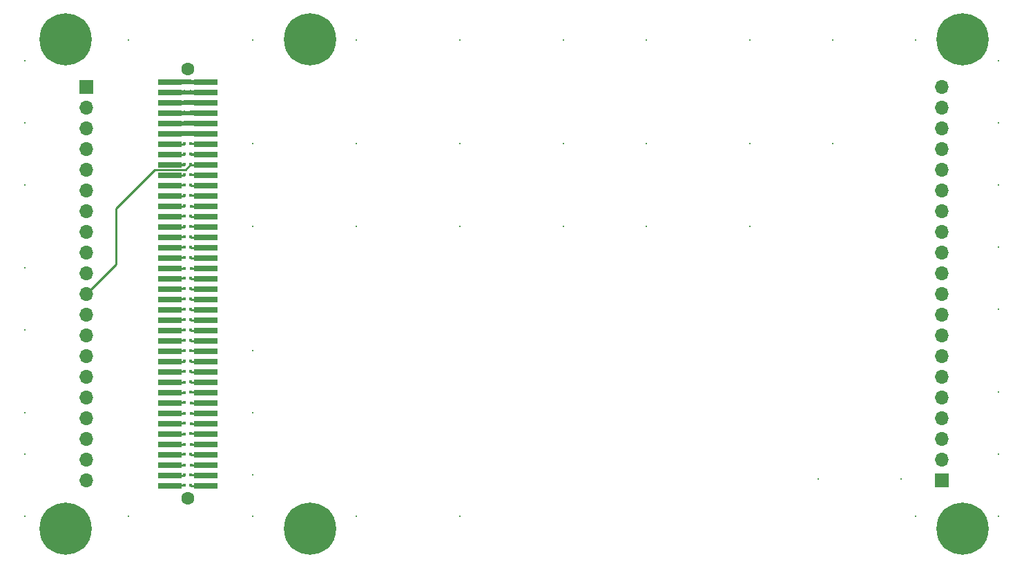
<source format=gbr>
G04 #@! TF.GenerationSoftware,KiCad,Pcbnew,5.0.0-rc2-dev-unknown-0f0d9af~63~ubuntu14.04.1*
G04 #@! TF.CreationDate,2018-03-30T16:45:01+08:00*
G04 #@! TF.ProjectId,mbox-v3s,6D626F782D7633732E6B696361645F70,rev?*
G04 #@! TF.SameCoordinates,Original*
G04 #@! TF.FileFunction,Copper,L1,Top,Signal*
G04 #@! TF.FilePolarity,Positive*
%FSLAX46Y46*%
G04 Gerber Fmt 4.6, Leading zero omitted, Abs format (unit mm)*
G04 Created by KiCad (PCBNEW 5.0.0-rc2-dev-unknown-0f0d9af~63~ubuntu14.04.1) date Fri Mar 30 16:45:01 2018*
%MOMM*%
%LPD*%
G01*
G04 APERTURE LIST*
%ADD10C,1.600000*%
%ADD11R,2.900000X0.740000*%
%ADD12C,0.800000*%
%ADD13C,6.400000*%
%ADD14R,1.700000X1.700000*%
%ADD15O,1.700000X1.700000*%
%ADD16C,0.200000*%
%ADD17C,0.400000*%
%ADD18C,0.500000*%
%ADD19C,0.250000*%
G04 APERTURE END LIST*
D10*
X22500000Y-63839800D03*
X22500000Y-11122100D03*
D11*
X24700000Y-62265000D03*
X20300000Y-62265000D03*
X24700000Y-60995000D03*
X20300000Y-60995000D03*
X24700000Y-59725000D03*
X20300000Y-59725000D03*
X24700000Y-58455000D03*
X20300000Y-58455000D03*
X24700000Y-57185000D03*
X20300000Y-57185000D03*
X24700000Y-55915000D03*
X20300000Y-55915000D03*
X24700000Y-54645000D03*
X20300000Y-54645000D03*
X24700000Y-53375000D03*
X20300000Y-53375000D03*
X24700000Y-52105000D03*
X20300000Y-52105000D03*
X24700000Y-50835000D03*
X20300000Y-50835000D03*
X24700000Y-49565000D03*
X20300000Y-49565000D03*
X24700000Y-48295000D03*
X20300000Y-48295000D03*
X24700000Y-47025000D03*
X20300000Y-47025000D03*
X24700000Y-45755000D03*
X20300000Y-45755000D03*
X24700000Y-44485000D03*
X20300000Y-44485000D03*
X24700000Y-43215000D03*
X20300000Y-43215000D03*
X24700000Y-41945000D03*
X20300000Y-41945000D03*
X24700000Y-40675000D03*
X20300000Y-40675000D03*
X24700000Y-39405000D03*
X20300000Y-39405000D03*
X24700000Y-38135000D03*
X20300000Y-38135000D03*
X24700000Y-36865000D03*
X20300000Y-36865000D03*
X24700000Y-35595000D03*
X20300000Y-35595000D03*
X24700000Y-34325000D03*
X20300000Y-34325000D03*
X24700000Y-33055000D03*
X20300000Y-33055000D03*
X24700000Y-31785000D03*
X20300000Y-31785000D03*
X24700000Y-30515000D03*
X20300000Y-30515000D03*
X24700000Y-29245000D03*
X20300000Y-29245000D03*
X24700000Y-27975000D03*
X20300000Y-27975000D03*
X24700000Y-26705000D03*
X20300000Y-26705000D03*
X24700000Y-25435000D03*
X20300000Y-25435000D03*
X24700000Y-24165000D03*
X20300000Y-24165000D03*
X24700000Y-22895000D03*
X20300000Y-22895000D03*
X24700000Y-21625000D03*
X20300000Y-21625000D03*
X24700000Y-20355000D03*
X20300000Y-20355000D03*
X24700000Y-19085000D03*
X20300000Y-19085000D03*
X24700000Y-17815000D03*
X20300000Y-17815000D03*
X24700000Y-16545000D03*
X20300000Y-16545000D03*
X24700000Y-15275000D03*
X20300000Y-15275000D03*
X24700000Y-14005000D03*
X20300000Y-14005000D03*
X24700000Y-12735000D03*
X20300000Y-12735000D03*
D10*
X22512700Y-11122100D03*
X22500000Y-63839800D03*
D12*
X9197056Y-5802944D03*
X7500000Y-5100000D03*
X5802944Y-5802944D03*
X5100000Y-7500000D03*
X5802944Y-9197056D03*
X7500000Y-9900000D03*
X9197056Y-9197056D03*
X9900000Y-7500000D03*
D13*
X7500000Y-7500000D03*
D12*
X39197056Y-5802944D03*
X37500000Y-5100000D03*
X35802944Y-5802944D03*
X35100000Y-7500000D03*
X35802944Y-9197056D03*
X37500000Y-9900000D03*
X39197056Y-9197056D03*
X39900000Y-7500000D03*
D13*
X37500000Y-7500000D03*
D12*
X9197056Y-65802944D03*
X7500000Y-65100000D03*
X5802944Y-65802944D03*
X5100000Y-67500000D03*
X5802944Y-69197056D03*
X7500000Y-69900000D03*
X9197056Y-69197056D03*
X9900000Y-67500000D03*
D13*
X7500000Y-67500000D03*
D12*
X39197056Y-65802944D03*
X37500000Y-65100000D03*
X35802944Y-65802944D03*
X35100000Y-67500000D03*
X35802944Y-69197056D03*
X37500000Y-69900000D03*
X39197056Y-69197056D03*
X39900000Y-67500000D03*
D13*
X37500000Y-67500000D03*
D14*
X10060000Y-13370000D03*
D15*
X10060000Y-15910000D03*
X10060000Y-18450000D03*
X10060000Y-20990000D03*
X10060000Y-23530000D03*
X10060000Y-26070000D03*
X10060000Y-28610000D03*
X10060000Y-31150000D03*
X10060000Y-33690000D03*
X10060000Y-36230000D03*
X10060000Y-38770000D03*
X10060000Y-41310000D03*
X10060000Y-43850000D03*
X10060000Y-46390000D03*
X10060000Y-48930000D03*
X10060000Y-51470000D03*
X10060000Y-54010000D03*
X10060000Y-56550000D03*
X10060000Y-59090000D03*
X10060000Y-61630000D03*
X114940000Y-13370000D03*
X114940000Y-15910000D03*
X114940000Y-18450000D03*
X114940000Y-20990000D03*
X114940000Y-23530000D03*
X114940000Y-26070000D03*
X114940000Y-28610000D03*
X114940000Y-31150000D03*
X114940000Y-33690000D03*
X114940000Y-36230000D03*
X114940000Y-38770000D03*
X114940000Y-41310000D03*
X114940000Y-43850000D03*
X114940000Y-46390000D03*
X114940000Y-48930000D03*
X114940000Y-51470000D03*
X114940000Y-54010000D03*
X114940000Y-56550000D03*
X114940000Y-59090000D03*
D14*
X114940000Y-61630000D03*
D13*
X117500000Y-7500000D03*
D12*
X119900000Y-7500000D03*
X119197056Y-9197056D03*
X117500000Y-9900000D03*
X115802944Y-9197056D03*
X115100000Y-7500000D03*
X115802944Y-5802944D03*
X117500000Y-5100000D03*
X119197056Y-5802944D03*
X119197056Y-65802944D03*
X117500000Y-65100000D03*
X115802944Y-65802944D03*
X115100000Y-67500000D03*
X115802944Y-69197056D03*
X117500000Y-69900000D03*
X119197056Y-69197056D03*
X119900000Y-67500000D03*
D13*
X117500000Y-67500000D03*
D16*
X111760000Y-7620000D03*
X15240000Y-7620000D03*
X30480000Y-7620000D03*
X101600000Y-7620000D03*
X91440000Y-7620000D03*
X78740000Y-7620000D03*
X68580000Y-7620000D03*
X55880000Y-7620000D03*
X43180000Y-7620000D03*
X121920000Y-58420000D03*
X121920000Y-50800000D03*
X121920000Y-40640000D03*
X121920000Y-33020000D03*
X121920000Y-25400000D03*
X121920000Y-17780000D03*
X2540000Y-58420000D03*
X2540000Y-53340000D03*
X2540000Y-43180000D03*
X2540000Y-35560000D03*
X2540000Y-25400000D03*
X2540000Y-17780000D03*
X121920000Y-10160000D03*
X121920000Y-66040000D03*
X2540000Y-66040000D03*
X2540000Y-10160000D03*
X15240000Y-66040000D03*
X30480000Y-66040000D03*
X43180000Y-66040000D03*
X55880000Y-66040000D03*
X111760000Y-66040000D03*
X109982000Y-61468000D03*
X99822000Y-61468000D03*
X30480000Y-60960000D03*
X30480000Y-53340000D03*
X30480000Y-45720000D03*
X91440000Y-30480000D03*
X78740000Y-30480000D03*
X68580000Y-30480000D03*
X55880000Y-30480000D03*
X43180000Y-30480000D03*
X30480000Y-30480000D03*
X101600000Y-20320000D03*
X91440000Y-20320000D03*
X78740000Y-20320000D03*
X68580000Y-20320000D03*
X55880000Y-20320000D03*
X43180000Y-20320000D03*
X30480000Y-20320000D03*
D17*
X22860000Y-19050000D03*
X22860000Y-17780000D03*
X22860000Y-16510000D03*
X22860000Y-15240000D03*
X22860000Y-13970000D03*
X22860000Y-12700000D03*
X22098000Y-19050000D03*
X22098000Y-17780000D03*
X22098000Y-16510000D03*
X22098000Y-15240000D03*
X22098000Y-13970000D03*
X22098000Y-12700000D03*
X22098000Y-21590000D03*
X22098000Y-20320000D03*
X22860000Y-20320000D03*
X22860000Y-21590000D03*
X22098000Y-22860000D03*
X22860000Y-22860000D03*
X22098000Y-24130000D03*
X22860000Y-24130000D03*
X22098000Y-25400000D03*
X22860000Y-25400000D03*
X22098000Y-26670000D03*
X22860000Y-26670000D03*
X22098000Y-27940000D03*
X22895000Y-27975000D03*
X22098000Y-29210000D03*
X22860000Y-29210000D03*
X22098000Y-30480000D03*
X22860000Y-30480000D03*
X22098000Y-31750000D03*
X22860000Y-31750000D03*
X22098000Y-33020000D03*
X22860000Y-33020000D03*
X22098000Y-34290000D03*
X22860000Y-34290000D03*
X22063000Y-35595000D03*
X22895000Y-35595000D03*
X22098000Y-36830000D03*
X22860000Y-36830000D03*
X22098000Y-38100000D03*
X22860000Y-38100000D03*
X22098000Y-39370000D03*
X22860000Y-39370000D03*
X22098000Y-40640000D03*
X22860000Y-40640000D03*
X22098000Y-41910000D03*
X22860000Y-41910000D03*
X22098000Y-43180000D03*
X22860000Y-43180000D03*
X22098000Y-44450000D03*
X22860000Y-44450000D03*
X22098000Y-45720000D03*
X22860000Y-45720000D03*
X22098000Y-46990000D03*
X22860000Y-46990000D03*
X22098000Y-48260000D03*
X22860000Y-48260000D03*
X22063000Y-49565000D03*
X22860000Y-49530000D03*
X22063000Y-50835000D03*
X22860000Y-50800000D03*
X22098000Y-52070000D03*
X22895000Y-52105000D03*
X22063000Y-53375000D03*
X22895000Y-53375000D03*
X22098000Y-54610000D03*
X22895000Y-54645000D03*
X22063000Y-55915000D03*
X22860000Y-55880000D03*
X22063000Y-57185000D03*
X22895000Y-57185000D03*
X22098000Y-58420000D03*
X22860000Y-58420000D03*
X22063000Y-59725000D03*
X22895000Y-59725000D03*
X22895000Y-59725000D03*
X22098000Y-60960000D03*
X22860000Y-60960000D03*
X22098000Y-62230000D03*
X22860000Y-62230000D03*
D18*
X22098000Y-12700000D02*
X22860000Y-12700000D01*
X24700000Y-14005000D02*
X22895000Y-14005000D01*
X22895000Y-14005000D02*
X22860000Y-13970000D01*
X20300000Y-14005000D02*
X22063000Y-14005000D01*
X22063000Y-14005000D02*
X22098000Y-13970000D01*
X22860000Y-16510000D02*
X24665000Y-16510000D01*
X24665000Y-16510000D02*
X24700000Y-16545000D01*
X20300000Y-16545000D02*
X22063000Y-16545000D01*
X22063000Y-16545000D02*
X22098000Y-16510000D01*
X22860000Y-17780000D02*
X24665000Y-17780000D01*
X24665000Y-17780000D02*
X24700000Y-17815000D01*
X22098000Y-17780000D02*
X22860000Y-17780000D01*
X20300000Y-17815000D02*
X22063000Y-17815000D01*
X22063000Y-17815000D02*
X22098000Y-17780000D01*
X22860000Y-19050000D02*
X24665000Y-19050000D01*
X24665000Y-19050000D02*
X24700000Y-19085000D01*
X22098000Y-19050000D02*
X22860000Y-19050000D01*
X22098000Y-19050000D02*
X20335000Y-19050000D01*
X20335000Y-19050000D02*
X20300000Y-19085000D01*
X20300000Y-19085000D02*
X24700000Y-19085000D01*
X22860000Y-15240000D02*
X22098000Y-15240000D01*
X22860000Y-15240000D02*
X24665000Y-15240000D01*
X24665000Y-15240000D02*
X24700000Y-15275000D01*
X20300000Y-15275000D02*
X22063000Y-15275000D01*
X22063000Y-15275000D02*
X22098000Y-15240000D01*
X22098000Y-12700000D02*
X20335000Y-12700000D01*
X20335000Y-12700000D02*
X20300000Y-12735000D01*
X20550000Y-12735000D02*
X24450000Y-12735000D01*
X24450000Y-14005000D02*
X20550000Y-14005000D01*
X24450000Y-16545000D02*
X20550000Y-16545000D01*
X20550000Y-17815000D02*
X24450000Y-17815000D01*
D19*
X20300000Y-21625000D02*
X22063000Y-21625000D01*
X22063000Y-21625000D02*
X22098000Y-21590000D01*
X24700000Y-21625000D02*
X22895000Y-21625000D01*
X22895000Y-21625000D02*
X22860000Y-21590000D01*
X20300000Y-22895000D02*
X22063000Y-22895000D01*
X22063000Y-22895000D02*
X22098000Y-22860000D01*
X13680440Y-28254960D02*
X13680440Y-35149560D01*
X13680440Y-35149560D02*
X10060000Y-38770000D01*
X18404840Y-23530560D02*
X13680440Y-28254960D01*
X22189440Y-23530560D02*
X18404840Y-23530560D01*
X22860000Y-22860000D02*
X22189440Y-23530560D01*
X24700000Y-22895000D02*
X22895000Y-22895000D01*
X22895000Y-22895000D02*
X22860000Y-22860000D01*
D18*
X24450000Y-19085000D02*
X20550000Y-19085000D01*
X20550000Y-15275000D02*
X24450000Y-15275000D01*
D19*
X22063000Y-20355000D02*
X22098000Y-20320000D01*
X20550000Y-20355000D02*
X22063000Y-20355000D01*
X22860000Y-20320000D02*
X24415000Y-20320000D01*
X24415000Y-20320000D02*
X24450000Y-20355000D01*
X22860000Y-21590000D02*
X24415000Y-21590000D01*
X24415000Y-21590000D02*
X24450000Y-21625000D01*
X22098000Y-22860000D02*
X20585000Y-22860000D01*
X20585000Y-22860000D02*
X20550000Y-22895000D01*
X24450000Y-22895000D02*
X22895000Y-22895000D01*
X22063000Y-24165000D02*
X22098000Y-24130000D01*
X20550000Y-24165000D02*
X22063000Y-24165000D01*
X22860000Y-24130000D02*
X24415000Y-24130000D01*
X24415000Y-24130000D02*
X24450000Y-24165000D01*
X22098000Y-25400000D02*
X20585000Y-25400000D01*
X20585000Y-25400000D02*
X20550000Y-25435000D01*
X22895000Y-25435000D02*
X22860000Y-25400000D01*
X24450000Y-25435000D02*
X22895000Y-25435000D01*
X22063000Y-26705000D02*
X22098000Y-26670000D01*
X20550000Y-26705000D02*
X22063000Y-26705000D01*
X22860000Y-26670000D02*
X24415000Y-26670000D01*
X24415000Y-26670000D02*
X24450000Y-26705000D01*
X22063000Y-27975000D02*
X22098000Y-27940000D01*
X20550000Y-27975000D02*
X22063000Y-27975000D01*
X24450000Y-27975000D02*
X22895000Y-27975000D01*
X22098000Y-29210000D02*
X20585000Y-29210000D01*
X20585000Y-29210000D02*
X20550000Y-29245000D01*
X22895000Y-29245000D02*
X22860000Y-29210000D01*
X24450000Y-29245000D02*
X22895000Y-29245000D01*
X22063000Y-30515000D02*
X22098000Y-30480000D01*
X20550000Y-30515000D02*
X22063000Y-30515000D01*
X22860000Y-30480000D02*
X24415000Y-30480000D01*
X24415000Y-30480000D02*
X24450000Y-30515000D01*
X22098000Y-31750000D02*
X20585000Y-31750000D01*
X20585000Y-31750000D02*
X20550000Y-31785000D01*
X22895000Y-31785000D02*
X22860000Y-31750000D01*
X24450000Y-31785000D02*
X22895000Y-31785000D01*
X22098000Y-33020000D02*
X20585000Y-33020000D01*
X20585000Y-33020000D02*
X20550000Y-33055000D01*
X22895000Y-33055000D02*
X22860000Y-33020000D01*
X24450000Y-33055000D02*
X22895000Y-33055000D01*
X22098000Y-34290000D02*
X20585000Y-34290000D01*
X20585000Y-34290000D02*
X20550000Y-34325000D01*
X22895000Y-34325000D02*
X22860000Y-34290000D01*
X24450000Y-34325000D02*
X22895000Y-34325000D01*
X20550000Y-35595000D02*
X22063000Y-35595000D01*
X24450000Y-35595000D02*
X22895000Y-35595000D01*
X22098000Y-36830000D02*
X20585000Y-36830000D01*
X20585000Y-36830000D02*
X20550000Y-36865000D01*
X22895000Y-36865000D02*
X22860000Y-36830000D01*
X24450000Y-36865000D02*
X22895000Y-36865000D01*
X22098000Y-38100000D02*
X20585000Y-38100000D01*
X20585000Y-38100000D02*
X20550000Y-38135000D01*
X22895000Y-38135000D02*
X22860000Y-38100000D01*
X24450000Y-38135000D02*
X22895000Y-38135000D01*
X22098000Y-39370000D02*
X20585000Y-39370000D01*
X20585000Y-39370000D02*
X20550000Y-39405000D01*
X22895000Y-39405000D02*
X22860000Y-39370000D01*
X24450000Y-39405000D02*
X22895000Y-39405000D01*
X22098000Y-40640000D02*
X20585000Y-40640000D01*
X20585000Y-40640000D02*
X20550000Y-40675000D01*
X22895000Y-40675000D02*
X22860000Y-40640000D01*
X24450000Y-40675000D02*
X22895000Y-40675000D01*
X22098000Y-41910000D02*
X20585000Y-41910000D01*
X20585000Y-41910000D02*
X20550000Y-41945000D01*
X22895000Y-41945000D02*
X22860000Y-41910000D01*
X24450000Y-41945000D02*
X22895000Y-41945000D01*
X22098000Y-43180000D02*
X20585000Y-43180000D01*
X20585000Y-43180000D02*
X20550000Y-43215000D01*
X22895000Y-43215000D02*
X22860000Y-43180000D01*
X24450000Y-43215000D02*
X22895000Y-43215000D01*
X22098000Y-44450000D02*
X20585000Y-44450000D01*
X20585000Y-44450000D02*
X20550000Y-44485000D01*
X22895000Y-44485000D02*
X22860000Y-44450000D01*
X24450000Y-44485000D02*
X22895000Y-44485000D01*
X22098000Y-45720000D02*
X20585000Y-45720000D01*
X20585000Y-45720000D02*
X20550000Y-45755000D01*
X22860000Y-45720000D02*
X24415000Y-45720000D01*
X24415000Y-45720000D02*
X24450000Y-45755000D01*
X22063000Y-47025000D02*
X22098000Y-46990000D01*
X20550000Y-47025000D02*
X22063000Y-47025000D01*
X22895000Y-47025000D02*
X22860000Y-46990000D01*
X24450000Y-47025000D02*
X22895000Y-47025000D01*
X22098000Y-48260000D02*
X20585000Y-48260000D01*
X20585000Y-48260000D02*
X20550000Y-48295000D01*
X22895000Y-48295000D02*
X22860000Y-48260000D01*
X24450000Y-48295000D02*
X22895000Y-48295000D01*
X20550000Y-49565000D02*
X22063000Y-49565000D01*
X22895000Y-49565000D02*
X22860000Y-49530000D01*
X24450000Y-49565000D02*
X22895000Y-49565000D01*
X20550000Y-50835000D02*
X22063000Y-50835000D01*
X22860000Y-50800000D02*
X24415000Y-50800000D01*
X24415000Y-50800000D02*
X24450000Y-50835000D01*
X22098000Y-52070000D02*
X20585000Y-52070000D01*
X20585000Y-52070000D02*
X20550000Y-52105000D01*
X24450000Y-52105000D02*
X22895000Y-52105000D01*
X20550000Y-53375000D02*
X22063000Y-53375000D01*
X22895000Y-53375000D02*
X24450000Y-53375000D01*
X22098000Y-54610000D02*
X20585000Y-54610000D01*
X20585000Y-54610000D02*
X20550000Y-54645000D01*
X24450000Y-54645000D02*
X22895000Y-54645000D01*
X20550000Y-55915000D02*
X22063000Y-55915000D01*
X22860000Y-55880000D02*
X24415000Y-55880000D01*
X24415000Y-55880000D02*
X24450000Y-55915000D01*
X20550000Y-57185000D02*
X22063000Y-57185000D01*
X22895000Y-57185000D02*
X24450000Y-57185000D01*
X22098000Y-58420000D02*
X20585000Y-58420000D01*
X20585000Y-58420000D02*
X20550000Y-58455000D01*
X22895000Y-58455000D02*
X22860000Y-58420000D01*
X24450000Y-58455000D02*
X22895000Y-58455000D01*
X20550000Y-59725000D02*
X22063000Y-59725000D01*
X24450000Y-59725000D02*
X22895000Y-59725000D01*
X22063000Y-60995000D02*
X22098000Y-60960000D01*
X20550000Y-60995000D02*
X22063000Y-60995000D01*
X22860000Y-60960000D02*
X24415000Y-60960000D01*
X24415000Y-60960000D02*
X24450000Y-60995000D01*
X22098000Y-62230000D02*
X20585000Y-62230000D01*
X20585000Y-62230000D02*
X20550000Y-62265000D01*
X22895000Y-62265000D02*
X22860000Y-62230000D01*
X24450000Y-62265000D02*
X22895000Y-62265000D01*
M02*

</source>
